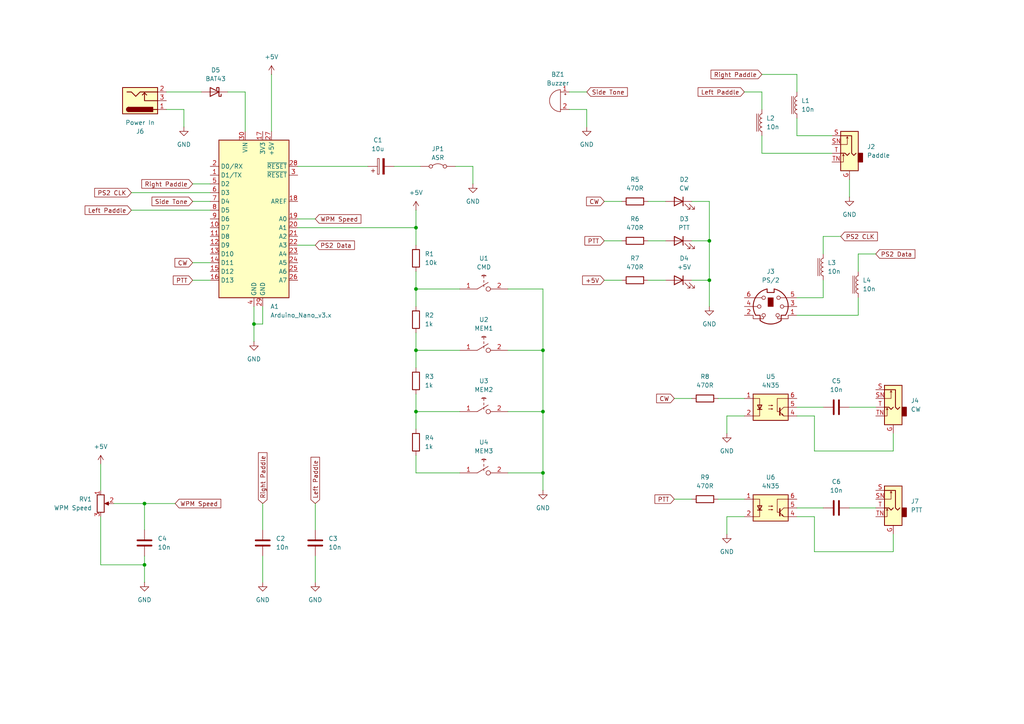
<source format=kicad_sch>
(kicad_sch (version 20231120) (generator "eeschema") (generator_version "8.0")
  (paper "A4")
  (lib_symbols
    (symbol "Connector:Barrel_Jack_Switch" (pin_names hide)
      (property "Reference" "J" (at 0 5.334 0))
      (property "Value" "Barrel_Jack_Switch" (at 0 -5.08 0))
      (symbol "Barrel_Jack_Switch_0_1"
        (rectangle (start -5.08 3.81) (end 5.08 -3.81) (stroke (width 0.254)) (fill (type background)))
        (arc (start -3.302 3.175) (mid -3.9343 2.54) (end -3.302 1.905) (stroke (width 0.254)))
        (arc (start -3.302 3.175) (mid -3.9343 2.54) (end -3.302 1.905) (stroke (width 0.254)) (fill (type outline)))
        (polyline (pts (xy 1.27 -2.286) (xy 1.905 -1.651)) (stroke (width 0.254)))
        (polyline (pts (xy 5.08 2.54) (xy 3.81 2.54)) (stroke (width 0.254)))
        (polyline (pts (xy 5.08 0) (xy 1.27 0) (xy 1.27 -2.286) (xy 0.635 -1.651)) (stroke (width 0.254)))
        (polyline (pts (xy -3.81 -2.54) (xy -2.54 -2.54) (xy -1.27 -1.27) (xy 0 -2.54) (xy 2.54 -2.54) (xy 5.08 -2.54)) (stroke (width 0.254)))
        (rectangle (start 3.683 3.175) (end -3.302 1.905) (stroke (width 0.254)) (fill (type outline)))
      )
      (symbol "Barrel_Jack_Switch_1_1"
        (pin passive line (at 7.62 2.54 180) (length 2.54) (name "~") (number "1"))
        (pin passive line (at 7.62 -2.54 180) (length 2.54) (name "~") (number "2"))
        (pin passive line (at 7.62 0 180) (length 2.54) (name "~") (number "3"))
      )
    )
    (symbol "Connector_Audio:AudioJack2_Ground_Switch"
      (property "Reference" "J" (at 0 11.43 0))
      (property "Value" "AudioJack2_Ground_Switch" (at 0 8.89 0))
      (symbol "AudioJack2_Ground_Switch_0_1"
        (rectangle (start -2.54 -2.54) (end -3.81 0) (stroke (width 0.254)) (fill (type outline)))
        (rectangle (start 2.54 6.35) (end -2.54 -5.08) (stroke (width 0.254)) (fill (type background)))
      )
      (symbol "AudioJack2_Ground_Switch_1_1"
        (polyline (pts (xy 0.635 4.826) (xy 0.889 4.318)))
        (polyline (pts (xy 1.778 -0.254) (xy 2.032 -0.762)))
        (polyline (pts (xy 0 0) (xy 0.635 -0.635) (xy 1.27 0) (xy 2.54 0)) (stroke (width 0.254)))
        (polyline (pts (xy 2.54 -2.54) (xy 1.778 -2.54) (xy 1.778 -0.254) (xy 1.524 -0.762)))
        (polyline (pts (xy 2.54 2.54) (xy 0.635 2.54) (xy 0.635 4.826) (xy 0.381 4.318)))
        (polyline (pts (xy 2.54 5.08) (xy -0.635 5.08) (xy -0.635 0) (xy -1.27 -0.635) (xy -1.905 0)) (stroke (width 0.254)))
        (pin passive line (at 0 -7.62 90) (length 2.54) (name "~") (number "G"))
        (pin passive line (at 5.08 5.08 180) (length 2.54) (name "~") (number "S"))
        (pin passive line (at 5.08 2.54 180) (length 2.54) (name "~") (number "SN"))
        (pin passive line (at 5.08 0 180) (length 2.54) (name "~") (number "T"))
        (pin passive line (at 5.08 -2.54 180) (length 2.54) (name "~") (number "TN"))
      )
    )
    (symbol "Device:Buzzer" (pin_names (offset 0.0254) hide)
      (property "Reference" "BZ" (at 3.81 1.27 0))
      (property "Value" "Buzzer" (at 3.81 -1.27 0))
      (symbol "Buzzer_0_1"
        (arc (start 0 -3.175) (mid 3.1612 0) (end 0 3.175))
        (polyline (pts (xy -1.651 1.905) (xy -1.143 1.905)))
        (polyline (pts (xy -1.397 2.159) (xy -1.397 1.651)))
        (polyline (pts (xy 0 3.175) (xy 0 -3.175)))
      )
      (symbol "Buzzer_1_1"
        (pin passive line (at -2.54 2.54 0) (length 2.54) (name "+") (number "1"))
        (pin passive line (at -2.54 -2.54 0) (length 2.54) (name "-") (number "2"))
      )
    )
    (symbol "Device:C" (pin_numbers hide) (pin_names (offset 0.254))
      (property "Reference" "C" (at 0.635 2.54 0))
      (property "Value" "C" (at 0.635 -2.54 0))
      (symbol "C_0_1"
        (polyline (pts (xy -2.032 -0.762) (xy 2.032 -0.762)) (stroke (width 0.508)))
        (polyline (pts (xy -2.032 0.762) (xy 2.032 0.762)) (stroke (width 0.508)))
      )
      (symbol "C_1_1"
        (pin passive line (at 0 3.81 270) (length 2.794) (name "~") (number "1"))
        (pin passive line (at 0 -3.81 90) (length 2.794) (name "~") (number "2"))
      )
    )
    (symbol "Device:C_Polarized" (pin_numbers hide) (pin_names (offset 0.254))
      (property "Reference" "C" (at 0.635 2.54 0))
      (property "Value" "C_Polarized" (at 0.635 -2.54 0))
      (symbol "C_Polarized_0_1"
        (rectangle (start -2.286 0.508) (end 2.286 1.016))
        (polyline (pts (xy -1.778 2.286) (xy -0.762 2.286)))
        (polyline (pts (xy -1.27 2.794) (xy -1.27 1.778)))
        (rectangle (start 2.286 -0.508) (end -2.286 -1.016) (fill (type outline)))
      )
      (symbol "C_Polarized_1_1"
        (pin passive line (at 0 3.81 270) (length 2.794) (name "~") (number "1"))
        (pin passive line (at 0 -3.81 90) (length 2.794) (name "~") (number "2"))
      )
    )
    (symbol "Device:LED" (pin_numbers hide) (pin_names (offset 1.016) hide)
      (property "Reference" "D" (at 0 2.54 0))
      (property "Value" "LED" (at 0 -2.54 0))
      (symbol "LED_0_1"
        (polyline (pts (xy -1.27 -1.27) (xy -1.27 1.27)) (stroke (width 0.254)))
        (polyline (pts (xy -1.27 0) (xy 1.27 0)))
        (polyline (pts (xy 1.27 -1.27) (xy 1.27 1.27) (xy -1.27 0) (xy 1.27 -1.27)) (stroke (width 0.254)))
        (polyline (pts (xy -3.048 -0.762) (xy -4.572 -2.286) (xy -3.81 -2.286) (xy -4.572 -2.286) (xy -4.572 -1.524)))
        (polyline (pts (xy -1.778 -0.762) (xy -3.302 -2.286) (xy -2.54 -2.286) (xy -3.302 -2.286) (xy -3.302 -1.524)))
      )
      (symbol "LED_1_1"
        (pin passive line (at -3.81 0 0) (length 2.54) (name "K") (number "1"))
        (pin passive line (at 3.81 0 180) (length 2.54) (name "A") (number "2"))
      )
    )
    (symbol "Device:L_Iron" (pin_numbers hide) (pin_names (offset 1.016) hide)
      (property "Reference" "L" (at -1.27 0 90))
      (property "Value" "L_Iron" (at 2.794 0 90))
      (symbol "L_Iron_0_1"
        (arc (start 0 -2.54) (mid 0.6323 -1.905) (end 0 -1.27))
        (arc (start 0 -1.27) (mid 0.6323 -0.635) (end 0 0))
        (polyline (pts (xy 1.016 2.54) (xy 1.016 -2.54)))
        (polyline (pts (xy 1.524 -2.54) (xy 1.524 2.54)))
        (arc (start 0 0) (mid 0.6323 0.635) (end 0 1.27))
        (arc (start 0 1.27) (mid 0.6323 1.905) (end 0 2.54))
      )
      (symbol "L_Iron_1_1"
        (pin passive line (at 0 3.81 270) (length 1.27) (name "1") (number "1"))
        (pin passive line (at 0 -3.81 90) (length 1.27) (name "2") (number "2"))
      )
    )
    (symbol "Device:R" (pin_numbers hide) (pin_names (offset 0))
      (property "Reference" "R" (at 2.032 0 90))
      (property "Value" "R" (at 0 0 90))
      (symbol "R_0_1"
        (rectangle (start -1.016 -2.54) (end 1.016 2.54) (stroke (width 0.254)))
      )
      (symbol "R_1_1"
        (pin passive line (at 0 3.81 270) (length 1.27) (name "~") (number "1"))
        (pin passive line (at 0 -3.81 90) (length 1.27) (name "~") (number "2"))
      )
    )
    (symbol "Device:R_Potentiometer" (pin_names (offset 1.016) hide)
      (property "Reference" "RV" (at -4.445 0 90))
      (property "Value" "R_Potentiometer" (at -2.54 0 90))
      (symbol "R_Potentiometer_0_1"
        (polyline (pts (xy 2.54 0) (xy 1.524 0)))
        (polyline (pts (xy 1.143 0) (xy 2.286 0.508) (xy 2.286 -0.508) (xy 1.143 0)) (fill (type outline)))
        (rectangle (start 1.016 2.54) (end -1.016 -2.54) (stroke (width 0.254)))
      )
      (symbol "R_Potentiometer_1_1"
        (pin passive line (at 0 3.81 270) (length 1.27) (name "1") (number "1"))
        (pin passive line (at 3.81 0 180) (length 1.27) (name "2") (number "2"))
        (pin passive line (at 0 -3.81 90) (length 1.27) (name "3") (number "3"))
      )
    )
    (symbol "Diode:BAT43" (pin_numbers hide) (pin_names (offset 1.016) hide)
      (property "Reference" "D" (at 0 2.54 0))
      (property "Value" "BAT43" (at 0 -2.54 0))
      (symbol "BAT43_0_1"
        (polyline (pts (xy 1.27 0) (xy -1.27 0)))
        (polyline (pts (xy 1.27 1.27) (xy 1.27 -1.27) (xy -1.27 0) (xy 1.27 1.27)) (stroke (width 0.254)))
        (polyline (pts (xy -1.905 0.635) (xy -1.905 1.27) (xy -1.27 1.27) (xy -1.27 -1.27) (xy -0.635 -1.27) (xy -0.635 -0.635)) (stroke (width 0.254)))
      )
      (symbol "BAT43_1_1"
        (pin passive line (at -3.81 0 0) (length 2.54) (name "K") (number "1"))
        (pin passive line (at 3.81 0 180) (length 2.54) (name "A") (number "2"))
      )
    )
    (symbol "Isolator:4N35" (pin_names (offset 1.016))
      (property "Reference" "U" (at -5.08 5.08 0))
      (property "Value" "4N35" (at 0 5.08 0))
      (symbol "4N35_0_1"
        (rectangle (start -5.08 3.81) (end 5.08 -3.81) (stroke (width 0.254)) (fill (type background)))
        (polyline (pts (xy -3.81 -0.635) (xy -2.54 -0.635)) (stroke (width 0.254)))
        (polyline (pts (xy 2.667 -1.397) (xy 3.81 -2.54)))
        (polyline (pts (xy 2.667 -1.143) (xy 3.81 0)))
        (polyline (pts (xy 3.81 -2.54) (xy 5.08 -2.54)))
        (polyline (pts (xy 3.81 0) (xy 5.08 0)))
        (polyline (pts (xy 2.667 -0.254) (xy 2.667 -2.286) (xy 2.667 -2.286)) (stroke (width 0.3556)))
        (polyline (pts (xy -5.08 -2.54) (xy -3.175 -2.54) (xy -3.175 2.54) (xy -5.08 2.54)))
        (polyline (pts (xy -3.175 -0.635) (xy -3.81 0.635) (xy -2.54 0.635) (xy -3.175 -0.635)) (stroke (width 0.254)))
        (polyline (pts (xy 3.683 -2.413) (xy 3.429 -1.905) (xy 3.175 -2.159) (xy 3.683 -2.413)))
        (polyline (pts (xy 5.08 2.54) (xy 1.905 2.54) (xy 1.905 -1.27) (xy 2.54 -1.27)))
        (polyline (pts (xy -0.635 -0.508) (xy 0.635 -0.508) (xy 0.254 -0.635) (xy 0.254 -0.381) (xy 0.635 -0.508)))
        (polyline (pts (xy -0.635 0.508) (xy 0.635 0.508) (xy 0.254 0.381) (xy 0.254 0.635) (xy 0.635 0.508)))
      )
      (symbol "4N35_1_1"
        (pin passive line (at -7.62 2.54 0) (length 2.54) (name "~") (number "1"))
        (pin passive line (at -7.62 -2.54 0) (length 2.54) (name "~") (number "2"))
        (pin no_connect line (at -5.08 0 0) (length 2.54) hide (name "NC") (number "3"))
        (pin passive line (at 7.62 -2.54 180) (length 2.54) (name "~") (number "4"))
        (pin passive line (at 7.62 0 180) (length 2.54) (name "~") (number "5"))
        (pin passive line (at 7.62 2.54 180) (length 2.54) (name "~") (number "6"))
      )
    )
    (symbol "Jumper:Jumper_2_Bridged" (pin_numbers hide) (pin_names (offset 0) hide) (exclude_from_sim yes)
      (property "Reference" "JP" (at 0 1.905 0))
      (property "Value" "Jumper_2_Bridged" (at 0 -2.54 0))
      (symbol "Jumper_2_Bridged_0_0"
        (circle (center -2.032 0) (radius 0.508))
        (circle (center 2.032 0) (radius 0.508))
      )
      (symbol "Jumper_2_Bridged_0_1"
        (arc (start 1.524 0.254) (mid 0 0.762) (end -1.524 0.254))
      )
      (symbol "Jumper_2_Bridged_1_1"
        (pin passive line (at -5.08 0 0) (length 2.54) (name "A") (number "1"))
        (pin passive line (at 5.08 0 180) (length 2.54) (name "B") (number "2"))
      )
    )
    (symbol "MCU_Module:Arduino_Nano_v3.x"
      (property "Reference" "A" (at -10.16 23.495 0))
      (property "Value" "Arduino_Nano_v3.x" (at 5.08 -24.13 0))
      (symbol "Arduino_Nano_v3.x_0_1"
        (rectangle (start -10.16 22.86) (end 10.16 -22.86) (stroke (width 0.254)) (fill (type background)))
      )
      (symbol "Arduino_Nano_v3.x_1_1"
        (pin bidirectional line (at -12.7 12.7 0) (length 2.54) (name "D1/TX") (number "1"))
        (pin bidirectional line (at -12.7 -2.54 0) (length 2.54) (name "D7") (number "10"))
        (pin bidirectional line (at -12.7 -5.08 0) (length 2.54) (name "D8") (number "11"))
        (pin bidirectional line (at -12.7 -7.62 0) (length 2.54) (name "D9") (number "12"))
        (pin bidirectional line (at -12.7 -10.16 0) (length 2.54) (name "D10") (number "13"))
        (pin bidirectional line (at -12.7 -12.7 0) (length 2.54) (name "D11") (number "14"))
        (pin bidirectional line (at -12.7 -15.24 0) (length 2.54) (name "D12") (number "15"))
        (pin bidirectional line (at -12.7 -17.78 0) (length 2.54) (name "D13") (number "16"))
        (pin power_out line (at 2.54 25.4 270) (length 2.54) (name "3V3") (number "17"))
        (pin input line (at 12.7 5.08 180) (length 2.54) (name "AREF") (number "18"))
        (pin bidirectional line (at 12.7 0 180) (length 2.54) (name "A0") (number "19"))
        (pin bidirectional line (at -12.7 15.24 0) (length 2.54) (name "D0/RX") (number "2"))
        (pin bidirectional line (at 12.7 -2.54 180) (length 2.54) (name "A1") (number "20"))
        (pin bidirectional line (at 12.7 -5.08 180) (length 2.54) (name "A2") (number "21"))
        (pin bidirectional line (at 12.7 -7.62 180) (length 2.54) (name "A3") (number "22"))
        (pin bidirectional line (at 12.7 -10.16 180) (length 2.54) (name "A4") (number "23"))
        (pin bidirectional line (at 12.7 -12.7 180) (length 2.54) (name "A5") (number "24"))
        (pin bidirectional line (at 12.7 -15.24 180) (length 2.54) (name "A6") (number "25"))
        (pin bidirectional line (at 12.7 -17.78 180) (length 2.54) (name "A7") (number "26"))
        (pin power_out line (at 5.08 25.4 270) (length 2.54) (name "+5V") (number "27"))
        (pin input line (at 12.7 15.24 180) (length 2.54) (name "~{RESET}") (number "28"))
        (pin power_in line (at 2.54 -25.4 90) (length 2.54) (name "GND") (number "29"))
        (pin input line (at 12.7 12.7 180) (length 2.54) (name "~{RESET}") (number "3"))
        (pin power_in line (at -2.54 25.4 270) (length 2.54) (name "VIN") (number "30"))
        (pin power_in line (at 0 -25.4 90) (length 2.54) (name "GND") (number "4"))
        (pin bidirectional line (at -12.7 10.16 0) (length 2.54) (name "D2") (number "5"))
        (pin bidirectional line (at -12.7 7.62 0) (length 2.54) (name "D3") (number "6"))
        (pin bidirectional line (at -12.7 5.08 0) (length 2.54) (name "D4") (number "7"))
        (pin bidirectional line (at -12.7 2.54 0) (length 2.54) (name "D5") (number "8"))
        (pin bidirectional line (at -12.7 0 0) (length 2.54) (name "D6") (number "9"))
      )
    )
    (symbol "My_Misc:PS/2_Mini-DIN-6" (pin_names (offset 1.016))
      (property "Reference" "J" (at 0 6.35 0))
      (property "Value" "PS/2_Mini-DIN-6" (at 0 -6.35 0))
      (symbol "PS/2_Mini-DIN-6_0_1"
        (circle (center -3.302 0) (radius 0.508))
        (arc (start -3.048 -4.064) (mid 0 -5.08) (end 3.048 -4.064) (stroke (width 0.254)))
        (circle (center -2.032 -2.54) (radius 0.508))
        (circle (center -2.032 2.54) (radius 0.508))
        (arc (start -1.016 5.08) (mid -4.6228 2.1214) (end -4.318 -2.54) (stroke (width 0.254)))
        (rectangle (start -0.762 2.54) (end 0.762 0) (fill (type outline)))
        (polyline (pts (xy -3.81 0) (xy -5.08 0)))
        (polyline (pts (xy -2.54 2.54) (xy -5.08 2.54)))
        (polyline (pts (xy 2.794 2.54) (xy 5.08 2.54)))
        (polyline (pts (xy 5.08 0) (xy 3.81 0)))
        (polyline (pts (xy -4.318 -2.54) (xy -3.048 -2.54) (xy -3.048 -4.064)) (stroke (width 0.254)))
        (polyline (pts (xy 4.318 -2.54) (xy 3.048 -2.54) (xy 3.048 -4.064)) (stroke (width 0.254)))
        (polyline (pts (xy -2.032 -3.048) (xy -2.032 -3.556) (xy -5.08 -3.556) (xy -5.08 -2.54)))
        (polyline (pts (xy -1.016 5.08) (xy -1.016 4.064) (xy 1.016 4.064) (xy 1.016 5.08)) (stroke (width 0.254)))
        (polyline (pts (xy 2.032 -3.048) (xy 2.032 -3.556) (xy 5.08 -3.556) (xy 5.08 -2.54)))
        (circle (center 2.032 -2.54) (radius 0.508))
        (circle (center 2.286 2.54) (radius 0.508))
        (circle (center 3.302 0) (radius 0.508))
        (arc (start 4.318 -2.54) (mid 4.6661 2.1322) (end 1.016 5.08) (stroke (width 0.254)))
      )
      (symbol "PS/2_Mini-DIN-6_1_1"
        (pin passive line (at 7.62 -2.54 180) (length 2.54) (name "~") (number "1"))
        (pin passive line (at -7.62 -2.54 0) (length 2.54) (name "~") (number "2"))
        (pin passive line (at 7.62 0 180) (length 2.54) (name "~") (number "3"))
        (pin passive line (at -7.62 0 0) (length 2.54) (name "~") (number "4"))
        (pin passive line (at 7.62 2.54 180) (length 2.54) (name "~") (number "5"))
        (pin passive line (at -7.62 2.54 0) (length 2.54) (name "~") (number "6"))
      )
    )
    (symbol "My_Parts:Switch" (pin_names hide)
      (property "Reference" "U" (at 6.985 6.35 0))
      (property "Value" "Switch" (at 7.62 -4.445 0))
      (symbol "Switch_0_1"
        (polyline (pts (xy 5.08 0) (xy 8.255 1.905)) (stroke (width 0.1524)))
        (polyline (pts (xy 6.35 3.81) (xy 7.62 3.81)) (stroke (width 0.1524)))
        (polyline (pts (xy 6.985 0.635) (xy 6.985 1.27)) (stroke (width 0.1524)))
        (polyline (pts (xy 6.985 1.905) (xy 6.985 2.54)) (stroke (width 0.1524)))
        (polyline (pts (xy 6.985 3.175) (xy 6.985 3.81)) (stroke (width 0.1524)))
        (arc (start 7.62 3.81) (mid 6.985 4.073) (end 6.35 3.81) (stroke (width 0.1524)))
        (circle (center 8.255 0) (radius 0.635) (stroke (width 0.1524)))
      )
      (symbol "Switch_1_1"
        (pin passive line (at 0 0 0) (length 5.08) (name "Com") (number "1"))
        (pin passive line (at 13.97 0 180) (length 5.08) (name "NO") (number "2"))
      )
    )
    (symbol "power:+5V" (power) (pin_numbers hide) (pin_names (offset 0) hide)
      (property "Value" "+5V" (at 0 3.556 0))
      (symbol "+5V_0_1"
        (polyline (pts (xy -0.762 1.27) (xy 0 2.54)))
        (polyline (pts (xy 0 0) (xy 0 2.54)))
        (polyline (pts (xy 0 2.54) (xy 0.762 1.27)))
      )
      (symbol "+5V_1_1"
        (pin power_in line (at 0 0 90) (length 0) (name "~") (number "1"))
      )
    )
    (symbol "power:GND" (power) (pin_numbers hide) (pin_names (offset 0) hide)
      (property "Value" "GND" (at 0 -3.81 0))
      (symbol "GND_0_1"
        (polyline (pts (xy 0 0) (xy 0 -1.27) (xy 1.27 -1.27) (xy 0 -2.54) (xy -1.27 -1.27) (xy 0 -1.27)))
      )
      (symbol "GND_1_1"
        (pin power_in line (at 0 0 270) (length 0) (name "~") (number "1"))
      )
    )
  )
  (junction (at 157.48 137.16))
  (junction (at 120.65 101.6))
  (junction (at 120.65 66.04))
  (junction (at 120.65 119.38))
  (junction (at 157.48 119.38))
  (junction (at 41.91 146.05))
  (junction (at 120.65 83.82))
  (junction (at 73.66 93.98))
  (junction (at 205.74 81.28))
  (junction (at 41.91 163.83))
  (junction (at 205.74 69.85))
  (junction (at 157.48 101.6))
  (wire (pts (xy 200.66 58.42) (xy 205.74 58.42)))
  (wire (pts (xy 236.22 130.81) (xy 259.08 130.81)))
  (wire (pts (xy 208.28 115.57) (xy 215.9 115.57)))
  (wire (pts (xy 86.36 48.26) (xy 106.68 48.26)))
  (wire (pts (xy 120.65 60.96) (xy 120.65 66.04)))
  (wire (pts (xy 210.82 149.86) (xy 210.82 154.94)))
  (wire (pts (xy 259.08 125.73) (xy 259.08 130.81)))
  (wire (pts (xy 205.74 58.42) (xy 205.74 69.85)))
  (wire (pts (xy 41.91 146.05) (xy 50.8 146.05)))
  (wire (pts (xy 246.38 147.32) (xy 254 147.32)))
  (wire (pts (xy 231.14 91.44) (xy 248.92 91.44)))
  (wire (pts (xy 55.88 58.42) (xy 60.96 58.42)))
  (wire (pts (xy 236.22 120.65) (xy 236.22 130.81)))
  (wire (pts (xy 165.1 31.75) (xy 170.18 31.75)))
  (wire (pts (xy 73.66 93.98) (xy 76.2 93.98)))
  (wire (pts (xy 33.02 146.05) (xy 41.91 146.05)))
  (wire (pts (xy 53.34 31.75) (xy 53.34 36.83)))
  (wire (pts (xy 231.14 86.36) (xy 238.76 86.36)))
  (wire (pts (xy 41.91 161.29) (xy 41.91 163.83)))
  (wire (pts (xy 187.96 81.28) (xy 193.04 81.28)))
  (wire (pts (xy 86.36 71.12) (xy 91.44 71.12)))
  (wire (pts (xy 215.9 26.67) (xy 220.98 26.67)))
  (wire (pts (xy 91.44 146.05) (xy 91.44 153.67)))
  (wire (pts (xy 91.44 161.29) (xy 91.44 168.91)))
  (wire (pts (xy 86.36 63.5) (xy 91.44 63.5)))
  (wire (pts (xy 76.2 88.9) (xy 76.2 93.98)))
  (wire (pts (xy 86.36 66.04) (xy 120.65 66.04)))
  (wire (pts (xy 76.2 161.29) (xy 76.2 168.91)))
  (wire (pts (xy 187.96 58.42) (xy 193.04 58.42)))
  (wire (pts (xy 55.88 76.2) (xy 60.96 76.2)))
  (wire (pts (xy 175.26 81.28) (xy 180.34 81.28)))
  (wire (pts (xy 231.14 120.65) (xy 236.22 120.65)))
  (wire (pts (xy 231.14 147.32) (xy 238.76 147.32)))
  (wire (pts (xy 71.12 26.67) (xy 71.12 38.1)))
  (wire (pts (xy 147.32 101.6) (xy 157.48 101.6)))
  (wire (pts (xy 76.2 146.05) (xy 76.2 153.67)))
  (wire (pts (xy 41.91 163.83) (xy 41.91 168.91)))
  (wire (pts (xy 55.88 53.34) (xy 60.96 53.34)))
  (wire (pts (xy 215.9 149.86) (xy 210.82 149.86)))
  (wire (pts (xy 48.26 31.75) (xy 53.34 31.75)))
  (wire (pts (xy 120.65 96.52) (xy 120.65 101.6)))
  (wire (pts (xy 78.74 21.59) (xy 78.74 38.1)))
  (wire (pts (xy 157.48 137.16) (xy 157.48 119.38)))
  (wire (pts (xy 48.26 26.67) (xy 58.42 26.67)))
  (wire (pts (xy 120.65 78.74) (xy 120.65 83.82)))
  (wire (pts (xy 220.98 26.67) (xy 220.98 31.75)))
  (wire (pts (xy 29.21 149.86) (xy 29.21 163.83)))
  (wire (pts (xy 243.84 68.58) (xy 238.76 68.58)))
  (wire (pts (xy 170.18 31.75) (xy 170.18 36.83)))
  (wire (pts (xy 157.48 119.38) (xy 157.48 101.6)))
  (wire (pts (xy 165.1 26.67) (xy 170.18 26.67)))
  (wire (pts (xy 241.3 39.37) (xy 231.14 39.37)))
  (wire (pts (xy 73.66 88.9) (xy 73.66 93.98)))
  (wire (pts (xy 246.38 118.11) (xy 254 118.11)))
  (wire (pts (xy 195.58 115.57) (xy 200.66 115.57)))
  (wire (pts (xy 200.66 81.28) (xy 205.74 81.28)))
  (wire (pts (xy 248.92 78.74) (xy 248.92 73.66)))
  (wire (pts (xy 231.14 39.37) (xy 231.14 34.29)))
  (wire (pts (xy 259.08 154.94) (xy 259.08 160.02)))
  (wire (pts (xy 120.65 83.82) (xy 133.35 83.82)))
  (wire (pts (xy 231.14 118.11) (xy 238.76 118.11)))
  (wire (pts (xy 120.65 83.82) (xy 120.65 88.9)))
  (wire (pts (xy 120.65 101.6) (xy 133.35 101.6)))
  (wire (pts (xy 120.65 114.3) (xy 120.65 119.38)))
  (wire (pts (xy 133.35 119.38) (xy 120.65 119.38)))
  (wire (pts (xy 200.66 69.85) (xy 205.74 69.85)))
  (wire (pts (xy 187.96 69.85) (xy 193.04 69.85)))
  (wire (pts (xy 120.65 101.6) (xy 120.65 106.68)))
  (wire (pts (xy 231.14 21.59) (xy 220.98 21.59)))
  (wire (pts (xy 132.08 48.26) (xy 137.16 48.26)))
  (wire (pts (xy 208.28 144.78) (xy 215.9 144.78)))
  (wire (pts (xy 236.22 149.86) (xy 236.22 160.02)))
  (wire (pts (xy 205.74 81.28) (xy 205.74 88.9)))
  (wire (pts (xy 210.82 120.65) (xy 210.82 125.73)))
  (wire (pts (xy 259.08 160.02) (xy 236.22 160.02)))
  (wire (pts (xy 215.9 120.65) (xy 210.82 120.65)))
  (wire (pts (xy 29.21 163.83) (xy 41.91 163.83)))
  (wire (pts (xy 38.1 60.96) (xy 60.96 60.96)))
  (wire (pts (xy 55.88 81.28) (xy 60.96 81.28)))
  (wire (pts (xy 38.1 55.88) (xy 60.96 55.88)))
  (wire (pts (xy 66.04 26.67) (xy 71.12 26.67)))
  (wire (pts (xy 241.3 44.45) (xy 220.98 44.45)))
  (wire (pts (xy 137.16 48.26) (xy 137.16 53.34)))
  (wire (pts (xy 175.26 58.42) (xy 180.34 58.42)))
  (wire (pts (xy 195.58 144.78) (xy 200.66 144.78)))
  (wire (pts (xy 238.76 68.58) (xy 238.76 73.66)))
  (wire (pts (xy 120.65 119.38) (xy 120.65 124.46)))
  (wire (pts (xy 205.74 69.85) (xy 205.74 81.28)))
  (wire (pts (xy 238.76 86.36) (xy 238.76 81.28)))
  (wire (pts (xy 114.3 48.26) (xy 121.92 48.26)))
  (wire (pts (xy 120.65 137.16) (xy 120.65 132.08)))
  (wire (pts (xy 147.32 137.16) (xy 157.48 137.16)))
  (wire (pts (xy 147.32 119.38) (xy 157.48 119.38)))
  (wire (pts (xy 231.14 149.86) (xy 236.22 149.86)))
  (wire (pts (xy 120.65 66.04) (xy 120.65 71.12)))
  (wire (pts (xy 73.66 93.98) (xy 73.66 99.06)))
  (wire (pts (xy 220.98 44.45) (xy 220.98 39.37)))
  (wire (pts (xy 248.92 73.66) (xy 254 73.66)))
  (wire (pts (xy 41.91 146.05) (xy 41.91 153.67)))
  (wire (pts (xy 29.21 134.62) (xy 29.21 142.24)))
  (wire (pts (xy 133.35 137.16) (xy 120.65 137.16)))
  (wire (pts (xy 175.26 69.85) (xy 180.34 69.85)))
  (wire (pts (xy 246.38 52.07) (xy 246.38 57.15)))
  (wire (pts (xy 248.92 91.44) (xy 248.92 86.36)))
  (wire (pts (xy 231.14 26.67) (xy 231.14 21.59)))
  (wire (pts (xy 157.48 142.24) (xy 157.48 137.16)))
  (wire (pts (xy 157.48 101.6) (xy 157.48 83.82)))
  (wire (pts (xy 147.32 83.82) (xy 157.48 83.82)))
  (global_label "Right Paddle" (shape input) (at 55.88 53.34 180) (property "Intersheetrefs" "${INTERSHEET_REFS}" (effects (hide yes))))
  (global_label "PTT" (shape input) (at 175.26 69.85 180) (property "Intersheetrefs" "${INTERSHEET_REFS}" (effects (hide yes))))
  (global_label "PS2 CLK" (shape input) (at 38.1 55.88 180) (property "Intersheetrefs" "${INTERSHEET_REFS}" (effects (hide yes))))
  (global_label "+5V" (shape input) (at 175.26 81.28 180) (property "Intersheetrefs" "${INTERSHEET_REFS}" (effects (hide yes))))
  (global_label "PTT" (shape input) (at 195.58 144.78 180) (property "Intersheetrefs" "${INTERSHEET_REFS}" (effects (hide yes))))
  (global_label "Side Tone" (shape input) (at 55.88 58.42 180) (property "Intersheetrefs" "${INTERSHEET_REFS}" (effects (hide yes))))
  (global_label "CW" (shape input) (at 175.26 58.42 180) (property "Intersheetrefs" "${INTERSHEET_REFS}" (effects (hide yes))))
  (global_label "Left Paddle" (shape input) (at 215.9 26.67 180) (property "Intersheetrefs" "${INTERSHEET_REFS}" (effects (hide yes))))
  (global_label "PS2 Data" (shape input) (at 254 73.66 0) (property "Intersheetrefs" "${INTERSHEET_REFS}" (effects (hide yes))))
  (global_label "PTT" (shape input) (at 55.88 81.28 180) (property "Intersheetrefs" "${INTERSHEET_REFS}" (effects (hide yes))))
  (global_label "CW" (shape input) (at 55.88 76.2 180) (property "Intersheetrefs" "${INTERSHEET_REFS}" (effects (hide yes))))
  (global_label "Side Tone" (shape input) (at 170.18 26.67 0) (property "Intersheetrefs" "${INTERSHEET_REFS}" (effects (hide yes))))
  (global_label "WPM Speed" (shape input) (at 50.8 146.05 0) (property "Intersheetrefs" "${INTERSHEET_REFS}" (effects (hide yes))))
  (global_label "CW" (shape input) (at 195.58 115.57 180) (property "Intersheetrefs" "${INTERSHEET_REFS}" (effects (hide yes))))
  (global_label "Left Paddle" (shape input) (at 38.1 60.96 180) (property "Intersheetrefs" "${INTERSHEET_REFS}" (effects (hide yes))))
  (global_label "Right Paddle" (shape input) (at 220.98 21.59 180) (property "Intersheetrefs" "${INTERSHEET_REFS}" (effects (hide yes))))
  (global_label "PS2 Data" (shape input) (at 91.44 71.12 0) (property "Intersheetrefs" "${INTERSHEET_REFS}" (effects (hide yes))))
  (global_label "PS2 CLK" (shape input) (at 243.84 68.58 0) (property "Intersheetrefs" "${INTERSHEET_REFS}" (effects (hide yes))))
  (global_label "Left Paddle" (shape input) (at 91.44 146.05 90) (property "Intersheetrefs" "${INTERSHEET_REFS}" (effects (hide yes))))
  (global_label "Right Paddle" (shape input) (at 76.2 146.05 90) (property "Intersheetrefs" "${INTERSHEET_REFS}" (effects (hide yes))))
  (global_label "WPM Speed" (shape input) (at 91.44 63.5 0) (property "Intersheetrefs" "${INTERSHEET_REFS}" (effects (hide yes))))
  (symbol (lib_id "Device:C") (at 41.91 157.48 0) (unit 1)
    (property "Reference" "C4" (at 45.72 156.2099 0) (effects (justify left)))
    (property "Value" "10n" (at 45.72 158.7499 0) (effects (justify left)))
    (property "Footprint" "MyFootprints:C_Disc_D3.0mm_W1.6mm_P2.50mm_larg" (effects (hide yes)))
    (property "Description" "Unpolarized capacitor" (effects (hide yes)))
  )
  (symbol (lib_id "Jumper:Jumper_2_Bridged") (at 127 48.26 0) (unit 1) (exclude_from_sim yes)
    (property "Reference" "JP1" (at 127 43.18 0))
    (property "Value" "ASR" (at 127 45.72 0))
    (property "Footprint" "MyFootprints:Jumper_1x02_P2.54mm_large" (effects (hide yes)))
    (property "Description" "Jumper, 2-pole, closed/bridged" (effects (hide yes)))
  )
  (symbol (lib_id "Device:R") (at 120.65 110.49 0) (unit 1)
    (property "Reference" "R3" (at 123.19 109.2199 0) (effects (justify left)))
    (property "Value" "1k" (at 123.19 111.7599 0) (effects (justify left)))
    (property "Footprint" "MyFootprints:R_Axial_DIN0207_L6.3mm_D2.5mm_P10.16mm_Horizontal_large" (effects (hide yes)))
    (property "Description" "Resistor" (effects (hide yes)))
  )
  (symbol (lib_id "Diode:BAT43") (at 62.23 26.67 180) (unit 1)
    (property "Reference" "D5" (at 62.5475 20.32 0))
    (property "Value" "BAT43" (at 62.5475 22.86 0))
    (property "Footprint" "Diode_THT:D_DO-35_SOD27_P7.62mm_Horizontal" (effects (hide yes)))
    (property "Datasheet" "http://www.vishay.com/docs/85660/bat42.pdf" (effects (hide yes)))
    (property "Description" "30V 0.2A Small Signal Schottky Diode, DO-35" (effects (hide yes)))
  )
  (symbol (lib_id "Connector:Barrel_Jack_Switch") (at 40.64 29.21 0) (mirror x) (unit 1)
    (property "Reference" "J6" (at 40.64 38.1 0))
    (property "Value" "Power In" (at 40.64 35.56 0))
    (property "Footprint" "MyFootprints:BarrelJack_Horizontal" (effects (hide yes)))
    (property "Description" "DC Barrel Jack with an internal switch" (effects (hide yes)))
  )
  (symbol (lib_id "Device:R") (at 204.47 144.78 90) (unit 1)
    (property "Reference" "R9" (at 204.47 138.43 90))
    (property "Value" "470R" (at 204.47 140.97 90))
    (property "Footprint" "MyFootprints:R_Axial_DIN0207_L6.3mm_D2.5mm_P10.16mm_Horizontal_large" (effects (hide yes)))
    (property "Description" "Resistor" (effects (hide yes)))
  )
  (symbol (lib_id "My_Misc:PS/2_Mini-DIN-6") (at 223.52 88.9 0) (unit 1)
    (property "Reference" "J3" (at 223.5377 78.74 0))
    (property "Value" "PS/2" (at 223.5377 81.28 0))
    (property "Footprint" "MyFootprints:PS2 MINI-DIN-6-FULL-SHIELD" (effects (hide yes)))
    (property "Datasheet" "http://service.powerdynamics.com/ec/Catalog17/Section%2011.pdf" (effects (hide yes)))
    (property "Description" "6-pin Mini-DIN connector" (effects (hide yes)))
  )
  (symbol (lib_id "Device:R") (at 120.65 128.27 0) (unit 1)
    (property "Reference" "R4" (at 123.19 126.9999 0) (effects (justify left)))
    (property "Value" "1k" (at 123.19 129.5399 0) (effects (justify left)))
    (property "Footprint" "MyFootprints:R_Axial_DIN0207_L6.3mm_D2.5mm_P10.16mm_Horizontal_large" (effects (hide yes)))
    (property "Description" "Resistor" (effects (hide yes)))
  )
  (symbol (lib_id "My_Parts:Switch") (at 133.35 137.16 0) (unit 1)
    (property "Reference" "U4" (at 140.335 128.27 0))
    (property "Value" "MEM3" (at 140.335 130.81 0))
    (property "Footprint" "MyFootprints:2-pin JST Switch" (effects (hide yes)))
  )
  (symbol (lib_id "power:+5V") (at 120.65 60.96 0) (unit 1)
    (property "Reference" "#PWR4" (effects (hide yes)))
    (property "Value" "+5V" (at 120.65 55.88 0))
    (property "Description" "Power symbol creates a global label with name \"+5V\"" (effects (hide yes)))
  )
  (symbol (lib_id "Device:L_Iron") (at 231.14 30.48 180) (unit 1)
    (property "Reference" "L1" (at 232.41 29.2099 0) (effects (justify right)))
    (property "Value" "10n" (at 232.41 31.7499 0) (effects (justify right)))
    (property "Footprint" "MyFootprints:L_Axial_L9.5mm_D4.0mm_P12.70mm_Horizontal_Fastron_SMCC_large" (effects (hide yes)))
    (property "Description" "Inductor with iron core" (effects (hide yes)))
  )
  (symbol (lib_id "My_Parts:Switch") (at 133.35 119.38 0) (unit 1)
    (property "Reference" "U3" (at 140.335 110.49 0))
    (property "Value" "MEM2" (at 140.335 113.03 0))
    (property "Footprint" "MyFootprints:2-pin JST Switch" (effects (hide yes)))
  )
  (symbol (lib_id "power:GND") (at 246.38 57.15 0) (unit 1)
    (property "Reference" "#PWR7" (effects (hide yes)))
    (property "Value" "GND" (at 246.38 62.23 0))
    (property "Description" "Power symbol creates a global label with name \"GND\" , ground" (effects (hide yes)))
  )
  (symbol (lib_id "Device:Buzzer") (at 162.56 29.21 0) (mirror y) (unit 1)
    (property "Reference" "BZ1" (at 161.8049 21.59 0))
    (property "Value" "Buzzer" (at 161.8049 24.13 0))
    (property "Footprint" "MyFootprints:Passive Piezo Buzzer large" (effects (hide yes)))
    (property "Description" "Buzzer, polarized" (effects (hide yes)))
  )
  (symbol (lib_id "power:GND") (at 41.91 168.91 0) (unit 1)
    (property "Reference" "#PWR13" (effects (hide yes)))
    (property "Value" "GND" (at 41.91 173.99 0))
    (property "Description" "Power symbol creates a global label with name \"GND\" , ground" (effects (hide yes)))
  )
  (symbol (lib_id "Device:R_Potentiometer") (at 29.21 146.05 0) (unit 1)
    (property "Reference" "RV1" (at 26.67 144.7799 0) (effects (justify right)))
    (property "Value" "WPM Speed" (at 26.67 147.3199 0) (effects (justify right)))
    (property "Footprint" "MyFootprints:3-pin JST Potentiometer" (effects (hide yes)))
    (property "Description" "Potentiometer" (effects (hide yes)))
  )
  (symbol (lib_id "Device:L_Iron") (at 238.76 77.47 0) (mirror y) (unit 1)
    (property "Reference" "L3" (at 240.03 76.1999 0) (effects (justify right)))
    (property "Value" "10n" (at 240.03 78.7399 0) (effects (justify right)))
    (property "Footprint" "MyFootprints:L_Axial_L9.5mm_D4.0mm_P12.70mm_Horizontal_Fastron_SMCC_large" (effects (hide yes)))
    (property "Description" "Inductor with iron core" (effects (hide yes)))
  )
  (symbol (lib_id "Device:R") (at 120.65 92.71 0) (unit 1)
    (property "Reference" "R2" (at 123.19 91.4399 0) (effects (justify left)))
    (property "Value" "1k" (at 123.19 93.9799 0) (effects (justify left)))
    (property "Footprint" "MyFootprints:R_Axial_DIN0207_L6.3mm_D2.5mm_P10.16mm_Horizontal_large" (effects (hide yes)))
    (property "Description" "Resistor" (effects (hide yes)))
  )
  (symbol (lib_id "power:GND") (at 157.48 142.24 0) (unit 1)
    (property "Reference" "#PWR6" (effects (hide yes)))
    (property "Value" "GND" (at 157.48 147.32 0))
    (property "Description" "Power symbol creates a global label with name \"GND\" , ground" (effects (hide yes)))
  )
  (symbol (lib_id "Device:C_Polarized") (at 110.49 48.26 90) (unit 1)
    (property "Reference" "C1" (at 109.601 40.64 90))
    (property "Value" "10u" (at 109.601 43.18 90))
    (property "Footprint" "MyFootprints:CP_Radial_D5.0mm_P2.00mm_larger" (effects (hide yes)))
    (property "Description" "Polarized capacitor" (effects (hide yes)))
  )
  (symbol (lib_id "Connector_Audio:AudioJack2_Ground_Switch") (at 246.38 44.45 0) (mirror y) (unit 1)
    (property "Reference" "J2" (at 251.46 42.5449 0) (effects (justify right)))
    (property "Value" "Paddle" (at 251.46 45.0849 0) (effects (justify right)))
    (property "Footprint" "MyFootprints:3,5mm Jack Panel Socket 3-pole Switch large" (effects (hide yes)))
    (property "Description" "Audio Jack, 2 Poles (Mono / TS), Grounded Sleeve, Switched Pole (Normalling)" (effects (hide yes)))
  )
  (symbol (lib_id "Device:L_Iron") (at 248.92 82.55 0) (mirror y) (unit 1)
    (property "Reference" "L4" (at 250.19 81.2799 0) (effects (justify right)))
    (property "Value" "10n" (at 250.19 83.8199 0) (effects (justify right)))
    (property "Footprint" "MyFootprints:L_Axial_L9.5mm_D4.0mm_P12.70mm_Horizontal_Fastron_SMCC_large" (effects (hide yes)))
    (property "Description" "Inductor with iron core" (effects (hide yes)))
  )
  (symbol (lib_id "Device:C") (at 242.57 147.32 90) (unit 1)
    (property "Reference" "C6" (at 242.57 139.7 90))
    (property "Value" "10n" (at 242.57 142.24 90))
    (property "Footprint" "MyFootprints:C_Disc_D3.0mm_W1.6mm_P2.50mm_larg" (effects (hide yes)))
    (property "Description" "Unpolarized capacitor" (effects (hide yes)))
  )
  (symbol (lib_id "Device:R") (at 120.65 74.93 0) (unit 1)
    (property "Reference" "R1" (at 123.19 73.6599 0) (effects (justify left)))
    (property "Value" "10k" (at 123.19 76.1999 0) (effects (justify left)))
    (property "Footprint" "MyFootprints:R_Axial_DIN0207_L6.3mm_D2.5mm_P10.16mm_Horizontal_large" (effects (hide yes)))
    (property "Description" "Resistor" (effects (hide yes)))
  )
  (symbol (lib_id "Device:R") (at 184.15 81.28 90) (unit 1)
    (property "Reference" "R7" (at 184.15 74.93 90))
    (property "Value" "470R" (at 184.15 77.47 90))
    (property "Footprint" "MyFootprints:R_Axial_DIN0207_L6.3mm_D2.5mm_P10.16mm_Horizontal_large" (effects (hide yes)))
    (property "Description" "Resistor" (effects (hide yes)))
  )
  (symbol (lib_id "Device:L_Iron") (at 220.98 35.56 0) (mirror y) (unit 1)
    (property "Reference" "L2" (at 222.25 34.2899 0) (effects (justify right)))
    (property "Value" "10n" (at 222.25 36.8299 0) (effects (justify right)))
    (property "Footprint" "MyFootprints:L_Axial_L9.5mm_D4.0mm_P12.70mm_Horizontal_Fastron_SMCC_large" (effects (hide yes)))
    (property "Description" "Inductor with iron core" (effects (hide yes)))
  )
  (symbol (lib_id "power:GND") (at 73.66 99.06 0) (unit 1)
    (property "Reference" "#PWR15" (effects (hide yes)))
    (property "Value" "GND" (at 73.66 104.14 0))
    (property "Description" "Power symbol creates a global label with name \"GND\" , ground" (effects (hide yes)))
  )
  (symbol (lib_id "Connector_Audio:AudioJack2_Ground_Switch") (at 259.08 118.11 0) (mirror y) (unit 1)
    (property "Reference" "J4" (at 264.16 116.2049 0) (effects (justify right)))
    (property "Value" "CW" (at 264.16 118.7449 0) (effects (justify right)))
    (property "Footprint" "MyFootprints:3,5mm Jack Panel Socket 3-pole Switch large" (effects (hide yes)))
    (property "Description" "Audio Jack, 2 Poles (Mono / TS), Grounded Sleeve, Switched Pole (Normalling)" (effects (hide yes)))
  )
  (symbol (lib_id "power:GND") (at 76.2 168.91 0) (unit 1)
    (property "Reference" "#PWR11" (effects (hide yes)))
    (property "Value" "GND" (at 76.2 173.99 0))
    (property "Description" "Power symbol creates a global label with name \"GND\" , ground" (effects (hide yes)))
  )
  (symbol (lib_id "Connector_Audio:AudioJack2_Ground_Switch") (at 259.08 147.32 0) (mirror y) (unit 1)
    (property "Reference" "J7" (at 264.16 145.4149 0) (effects (justify right)))
    (property "Value" "PTT" (at 264.16 147.9549 0) (effects (justify right)))
    (property "Footprint" "MyFootprints:3,5mm Jack Panel Socket 3-pole Switch large" (effects (hide yes)))
    (property "Description" "Audio Jack, 2 Poles (Mono / TS), Grounded Sleeve, Switched Pole (Normalling)" (effects (hide yes)))
  )
  (symbol (lib_id "power:GND") (at 210.82 125.73 0) (unit 1)
    (property "Reference" "#PWR9" (effects (hide yes)))
    (property "Value" "GND" (at 210.82 130.81 0))
    (property "Description" "Power symbol creates a global label with name \"GND\" , ground" (effects (hide yes)))
  )
  (symbol (lib_id "Device:LED") (at 196.85 58.42 0) (mirror y) (unit 1)
    (property "Reference" "D2" (at 198.4375 52.07 0))
    (property "Value" "CW" (at 198.4375 54.61 0))
    (property "Footprint" "MyFootprints:2-pin JST LED" (effects (hide yes)))
    (property "Description" "Light emitting diode" (effects (hide yes)))
  )
  (symbol (lib_id "Device:C") (at 91.44 157.48 0) (unit 1)
    (property "Reference" "C3" (at 95.25 156.2099 0) (effects (justify left)))
    (property "Value" "10n" (at 95.25 158.7499 0) (effects (justify left)))
    (property "Footprint" "MyFootprints:C_Disc_D3.0mm_W1.6mm_P2.50mm_larg" (effects (hide yes)))
    (property "Description" "Unpolarized capacitor" (effects (hide yes)))
  )
  (symbol (lib_id "My_Parts:Switch") (at 133.35 83.82 0) (unit 1)
    (property "Reference" "U1" (at 140.335 74.93 0))
    (property "Value" "CMD" (at 140.335 77.47 0))
    (property "Footprint" "MyFootprints:2-pin JST Switch" (effects (hide yes)))
  )
  (symbol (lib_id "MCU_Module:Arduino_Nano_v3.x") (at 73.66 63.5 0) (unit 1)
    (property "Reference" "A1" (at 78.3941 88.9 0) (effects (justify left)))
    (property "Value" "Arduino_Nano_v3.x" (at 78.3941 91.44 0) (effects (justify left)))
    (property "Footprint" "MyFootprints:ArduinoNano" (effects (hide yes)))
    (property "Datasheet" "http://www.mouser.com/pdfdocs/Gravitech_Arduino_Nano3_0.pdf" (effects (hide yes)))
    (property "Description" "Arduino Nano v3.x" (effects (hide yes)))
  )
  (symbol (lib_id "Device:LED") (at 196.85 81.28 0) (mirror y) (unit 1)
    (property "Reference" "D4" (at 198.4375 74.93 0))
    (property "Value" "+5V" (at 198.4375 77.47 0))
    (property "Footprint" "MyFootprints:2-pin JST LED" (effects (hide yes)))
    (property "Description" "Light emitting diode" (effects (hide yes)))
  )
  (symbol (lib_id "power:GND") (at 53.34 36.83 0) (unit 1)
    (property "Reference" "#PWR1" (effects (hide yes)))
    (property "Value" "GND" (at 53.34 41.91 0))
    (property "Description" "Power symbol creates a global label with name \"GND\" , ground" (effects (hide yes)))
  )
  (symbol (lib_id "Device:LED") (at 196.85 69.85 0) (mirror y) (unit 1)
    (property "Reference" "D3" (at 198.4375 63.5 0))
    (property "Value" "PTT" (at 198.4375 66.04 0))
    (property "Footprint" "MyFootprints:2-pin JST LED" (effects (hide yes)))
    (property "Description" "Light emitting diode" (effects (hide yes)))
  )
  (symbol (lib_id "power:GND") (at 205.74 88.9 0) (unit 1)
    (property "Reference" "#PWR8" (effects (hide yes)))
    (property "Value" "GND" (at 205.74 93.98 0))
    (property "Description" "Power symbol creates a global label with name \"GND\" , ground" (effects (hide yes)))
  )
  (symbol (lib_id "power:GND") (at 137.16 53.34 0) (unit 1)
    (property "Reference" "#PWR2" (effects (hide yes)))
    (property "Value" "GND" (at 137.16 58.42 0))
    (property "Description" "Power symbol creates a global label with name \"GND\" , ground" (effects (hide yes)))
  )
  (symbol (lib_id "Device:C") (at 76.2 157.48 0) (unit 1)
    (property "Reference" "C2" (at 80.01 156.2099 0) (effects (justify left)))
    (property "Value" "10n" (at 80.01 158.7499 0) (effects (justify left)))
    (property "Footprint" "MyFootprints:C_Disc_D3.0mm_W1.6mm_P2.50mm_larg" (effects (hide yes)))
    (property "Description" "Unpolarized capacitor" (effects (hide yes)))
  )
  (symbol (lib_id "Device:R") (at 184.15 58.42 90) (unit 1)
    (property "Reference" "R5" (at 184.15 52.07 90))
    (property "Value" "470R" (at 184.15 54.61 90))
    (property "Footprint" "MyFootprints:R_Axial_DIN0207_L6.3mm_D2.5mm_P10.16mm_Horizontal_large" (effects (hide yes)))
    (property "Description" "Resistor" (effects (hide yes)))
  )
  (symbol (lib_id "power:+5V") (at 78.74 21.59 0) (unit 1)
    (property "Reference" "#PWR5" (effects (hide yes)))
    (property "Value" "+5V" (at 78.74 16.51 0))
    (property "Description" "Power symbol creates a global label with name \"+5V\"" (effects (hide yes)))
  )
  (symbol (lib_id "power:GND") (at 210.82 154.94 0) (unit 1)
    (property "Reference" "#PWR14" (effects (hide yes)))
    (property "Value" "GND" (at 210.82 160.02 0))
    (property "Description" "Power symbol creates a global label with name \"GND\" , ground" (effects (hide yes)))
  )
  (symbol (lib_id "Isolator:4N35") (at 223.52 147.32 0) (unit 1)
    (property "Reference" "U6" (at 223.52 138.43 0))
    (property "Value" "4N35" (at 223.52 140.97 0))
    (property "Footprint" "Package_DIP:DIP-6_W7.62mm" (effects (hide yes)))
    (property "Datasheet" "https://www.vishay.com/docs/81181/4n35.pdf" (effects (hide yes)))
    (property "Description" "Optocoupler, Phototransistor Output, with Base Connection, Vce 70V, CTR 100%, Viso 5000V, DIP6" (effects (hide yes)))
  )
  (symbol (lib_id "Isolator:4N35") (at 223.52 118.11 0) (unit 1)
    (property "Reference" "U5" (at 223.52 109.22 0))
    (property "Value" "4N35" (at 223.52 111.76 0))
    (property "Footprint" "Package_DIP:DIP-6_W7.62mm" (effects (hide yes)))
    (property "Datasheet" "https://www.vishay.com/docs/81181/4n35.pdf" (effects (hide yes)))
    (property "Description" "Optocoupler, Phototransistor Output, with Base Connection, Vce 70V, CTR 100%, Viso 5000V, DIP6" (effects (hide yes)))
  )
  (symbol (lib_id "Device:R") (at 184.15 69.85 90) (unit 1)
    (property "Reference" "R6" (at 184.15 63.5 90))
    (property "Value" "470R" (at 184.15 66.04 90))
    (property "Footprint" "MyFootprints:R_Axial_DIN0207_L6.3mm_D2.5mm_P10.16mm_Horizontal_large" (effects (hide yes)))
    (property "Description" "Resistor" (effects (hide yes)))
  )
  (symbol (lib_id "Device:C") (at 242.57 118.11 90) (unit 1)
    (property "Reference" "C5" (at 242.57 110.49 90))
    (property "Value" "10n" (at 242.57 113.03 90))
    (property "Footprint" "MyFootprints:C_Disc_D3.0mm_W1.6mm_P2.50mm_larg" (effects (hide yes)))
    (property "Description" "Unpolarized capacitor" (effects (hide yes)))
  )
  (symbol (lib_id "power:GND") (at 91.44 168.91 0) (unit 1)
    (property "Reference" "#PWR12" (effects (hide yes)))
    (property "Value" "GND" (at 91.44 173.99 0))
    (property "Description" "Power symbol creates a global label with name \"GND\" , ground" (effects (hide yes)))
  )
  (symbol (lib_id "power:GND") (at 170.18 36.83 0) (unit 1)
    (property "Reference" "#PWR3" (effects (hide yes)))
    (property "Value" "GND" (at 170.18 41.91 0))
    (property "Description" "Power symbol creates a global label with name \"GND\" , ground" (effects (hide yes)))
  )
  (symbol (lib_id "My_Parts:Switch") (at 133.35 101.6 0) (unit 1)
    (property "Reference" "U2" (at 140.335 92.71 0))
    (property "Value" "MEM1" (at 140.335 95.25 0))
    (property "Footprint" "MyFootprints:2-pin JST Switch" (effects (hide yes)))
  )
  (symbol (lib_id "Device:R") (at 204.47 115.57 90) (unit 1)
    (property "Reference" "R8" (at 204.47 109.22 90))
    (property "Value" "470R" (at 204.47 111.76 90))
    (property "Footprint" "MyFootprints:R_Axial_DIN0207_L6.3mm_D2.5mm_P10.16mm_Horizontal_large" (effects (hide yes)))
    (property "Description" "Resistor" (effects (hide yes)))
  )
  (symbol (lib_id "power:+5V") (at 29.21 134.62 0) (unit 1)
    (property "Reference" "#PWR10" (effects (hide yes)))
    (property "Value" "+5V" (at 29.21 129.54 0))
    (property "Description" "Power symbol creates a global label with name \"+5V\"" (effects (hide yes)))
  )
)
</source>
